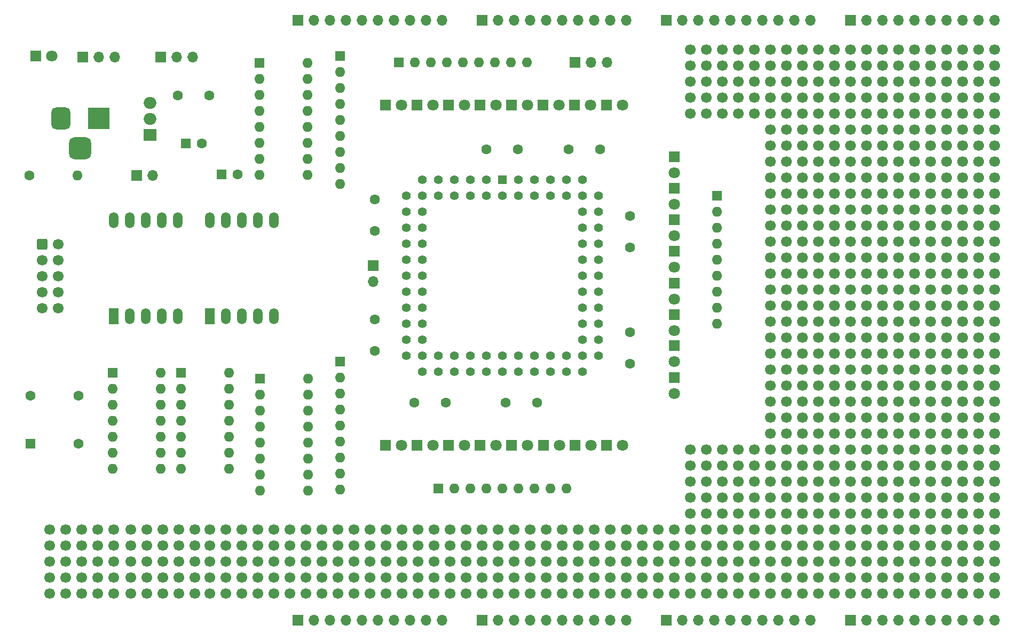
<source format=gbr>
%TF.GenerationSoftware,KiCad,Pcbnew,(6.0.11)*%
%TF.CreationDate,2023-10-14T11:58:45-04:00*%
%TF.ProjectId,EPM7128S-Dev-Board,45504d37-3132-4385-932d-4465762d426f,rev?*%
%TF.SameCoordinates,Original*%
%TF.FileFunction,Soldermask,Top*%
%TF.FilePolarity,Negative*%
%FSLAX46Y46*%
G04 Gerber Fmt 4.6, Leading zero omitted, Abs format (unit mm)*
G04 Created by KiCad (PCBNEW (6.0.11)) date 2023-10-14 11:58:45*
%MOMM*%
%LPD*%
G01*
G04 APERTURE LIST*
G04 Aperture macros list*
%AMRoundRect*
0 Rectangle with rounded corners*
0 $1 Rounding radius*
0 $2 $3 $4 $5 $6 $7 $8 $9 X,Y pos of 4 corners*
0 Add a 4 corners polygon primitive as box body*
4,1,4,$2,$3,$4,$5,$6,$7,$8,$9,$2,$3,0*
0 Add four circle primitives for the rounded corners*
1,1,$1+$1,$2,$3*
1,1,$1+$1,$4,$5*
1,1,$1+$1,$6,$7*
1,1,$1+$1,$8,$9*
0 Add four rect primitives between the rounded corners*
20,1,$1+$1,$2,$3,$4,$5,0*
20,1,$1+$1,$4,$5,$6,$7,0*
20,1,$1+$1,$6,$7,$8,$9,0*
20,1,$1+$1,$8,$9,$2,$3,0*%
G04 Aperture macros list end*
%ADD10R,1.700000X1.700000*%
%ADD11O,1.700000X1.700000*%
%ADD12C,1.700000*%
%ADD13R,1.800000X1.800000*%
%ADD14C,1.800000*%
%ADD15R,1.422400X1.422400*%
%ADD16C,1.422400*%
%ADD17R,1.600000X1.600000*%
%ADD18O,1.600000X1.600000*%
%ADD19C,1.600000*%
%ADD20R,3.500000X3.500000*%
%ADD21RoundRect,0.750000X-0.750000X-1.000000X0.750000X-1.000000X0.750000X1.000000X-0.750000X1.000000X0*%
%ADD22RoundRect,0.875000X-0.875000X-0.875000X0.875000X-0.875000X0.875000X0.875000X-0.875000X0.875000X0*%
%ADD23R,1.524000X2.524000*%
%ADD24O,1.524000X2.524000*%
%ADD25R,2.000000X1.905000*%
%ADD26O,2.000000X1.905000*%
%ADD27RoundRect,0.250000X-0.600000X-0.600000X0.600000X-0.600000X0.600000X0.600000X-0.600000X0.600000X0*%
G04 APERTURE END LIST*
D10*
%TO.C,J43*%
X203200000Y-147320000D03*
D11*
X205740000Y-147320000D03*
X208280000Y-147320000D03*
X210820000Y-147320000D03*
X213360000Y-147320000D03*
X215900000Y-147320000D03*
X218440000Y-147320000D03*
X220980000Y-147320000D03*
X223520000Y-147320000D03*
X226060000Y-147320000D03*
%TD*%
D12*
%TO.C,J22*%
X190500000Y-120220000D03*
X193040000Y-120220000D03*
X195580000Y-120220000D03*
X198120000Y-120220000D03*
X200660000Y-120220000D03*
X190500000Y-122760000D03*
X193040000Y-122760000D03*
X195580000Y-122760000D03*
X198120000Y-122760000D03*
X200660000Y-122760000D03*
X190500000Y-125300000D03*
X193040000Y-125300000D03*
X195580000Y-125300000D03*
X198120000Y-125300000D03*
X200660000Y-125300000D03*
X190500000Y-127840000D03*
X193040000Y-127840000D03*
X195580000Y-127840000D03*
X198120000Y-127840000D03*
X200660000Y-127840000D03*
X190500000Y-130380000D03*
X193040000Y-130380000D03*
X195580000Y-130380000D03*
X198120000Y-130380000D03*
X200660000Y-130380000D03*
%TD*%
D13*
%TO.C,D2*%
X129470000Y-119500000D03*
D14*
X132010000Y-119500000D03*
%TD*%
D12*
%TO.C,J13*%
X215900000Y-69420000D03*
X218440000Y-69420000D03*
X220980000Y-69420000D03*
X223520000Y-69420000D03*
X226060000Y-69420000D03*
X215900000Y-71960000D03*
X218440000Y-71960000D03*
X220980000Y-71960000D03*
X223520000Y-71960000D03*
X226060000Y-71960000D03*
X215900000Y-74500000D03*
X218440000Y-74500000D03*
X220980000Y-74500000D03*
X223520000Y-74500000D03*
X226060000Y-74500000D03*
X215900000Y-77040000D03*
X218440000Y-77040000D03*
X220980000Y-77040000D03*
X223520000Y-77040000D03*
X226060000Y-77040000D03*
X215900000Y-79580000D03*
X218440000Y-79580000D03*
X220980000Y-79580000D03*
X223520000Y-79580000D03*
X226060000Y-79580000D03*
%TD*%
D15*
%TO.C,U4*%
X148000000Y-77370000D03*
D16*
X148000000Y-79910000D03*
X145460000Y-77370000D03*
X145460000Y-79910000D03*
X142920000Y-77370000D03*
X142920000Y-79910000D03*
X140380000Y-77370000D03*
X140380000Y-79910000D03*
X137840000Y-77370000D03*
X137840000Y-79910000D03*
X135300000Y-77370000D03*
X132760000Y-79910000D03*
X135300000Y-79910000D03*
X132760000Y-82450000D03*
X135300000Y-82450000D03*
X132760000Y-84990000D03*
X135300000Y-84990000D03*
X132760000Y-87530000D03*
X135300000Y-87530000D03*
X132760000Y-90070000D03*
X135300000Y-90070000D03*
X132760000Y-92610000D03*
X135300000Y-92610000D03*
X132760000Y-95150000D03*
X135300000Y-95150000D03*
X132760000Y-97690000D03*
X135300000Y-97690000D03*
X132760000Y-100230000D03*
X135300000Y-100230000D03*
X132760000Y-102770000D03*
X135300000Y-102770000D03*
X132760000Y-105310000D03*
X135300000Y-107850000D03*
X135300000Y-105310000D03*
X137840000Y-107850000D03*
X137840000Y-105310000D03*
X140380000Y-107850000D03*
X140380000Y-105310000D03*
X142920000Y-107850000D03*
X142920000Y-105310000D03*
X145460000Y-107850000D03*
X145460000Y-105310000D03*
X148000000Y-107850000D03*
X148000000Y-105310000D03*
X150540000Y-107850000D03*
X150540000Y-105310000D03*
X153080000Y-107850000D03*
X153080000Y-105310000D03*
X155620000Y-107850000D03*
X155620000Y-105310000D03*
X158160000Y-107850000D03*
X158160000Y-105310000D03*
X160700000Y-107850000D03*
X163240000Y-105310000D03*
X160700000Y-105310000D03*
X163240000Y-102770000D03*
X160700000Y-102770000D03*
X163240000Y-100230000D03*
X160700000Y-100230000D03*
X163240000Y-97690000D03*
X160700000Y-97690000D03*
X163240000Y-95150000D03*
X160700000Y-95150000D03*
X163240000Y-92610000D03*
X160700000Y-92610000D03*
X163240000Y-90070000D03*
X160700000Y-90070000D03*
X163240000Y-87530000D03*
X160700000Y-87530000D03*
X163240000Y-84990000D03*
X160700000Y-84990000D03*
X163240000Y-82450000D03*
X160700000Y-82450000D03*
X163240000Y-79910000D03*
X160700000Y-77370000D03*
X160700000Y-79910000D03*
X158160000Y-77370000D03*
X158160000Y-79910000D03*
X155620000Y-77370000D03*
X155620000Y-79910000D03*
X153080000Y-77370000D03*
X153080000Y-79910000D03*
X150540000Y-77370000D03*
X150540000Y-79910000D03*
%TD*%
D13*
%TO.C,D5*%
X144465000Y-119500000D03*
D14*
X147005000Y-119500000D03*
%TD*%
D17*
%TO.C,RN4*%
X122250000Y-106205000D03*
D18*
X122250000Y-108745000D03*
X122250000Y-111285000D03*
X122250000Y-113825000D03*
X122250000Y-116365000D03*
X122250000Y-118905000D03*
X122250000Y-121445000D03*
X122250000Y-123985000D03*
X122250000Y-126525000D03*
%TD*%
D12*
%TO.C,J16*%
X152400000Y-132920000D03*
X154940000Y-132920000D03*
X157480000Y-132920000D03*
X160020000Y-132920000D03*
X162560000Y-132920000D03*
X152400000Y-135460000D03*
X154940000Y-135460000D03*
X157480000Y-135460000D03*
X160020000Y-135460000D03*
X162560000Y-135460000D03*
X152400000Y-138000000D03*
X154940000Y-138000000D03*
X157480000Y-138000000D03*
X160020000Y-138000000D03*
X162560000Y-138000000D03*
X152400000Y-140540000D03*
X154940000Y-140540000D03*
X157480000Y-140540000D03*
X160020000Y-140540000D03*
X162560000Y-140540000D03*
X152400000Y-143080000D03*
X154940000Y-143080000D03*
X157480000Y-143080000D03*
X160020000Y-143080000D03*
X162560000Y-143080000D03*
%TD*%
D13*
%TO.C,D8*%
X159495000Y-119500000D03*
D14*
X162035000Y-119500000D03*
%TD*%
D12*
%TO.C,J28*%
X177800000Y-56720000D03*
X180340000Y-56720000D03*
X182880000Y-56720000D03*
X185420000Y-56720000D03*
X187960000Y-56720000D03*
X177800000Y-59260000D03*
X180340000Y-59260000D03*
X182880000Y-59260000D03*
X185420000Y-59260000D03*
X187960000Y-59260000D03*
X177800000Y-61800000D03*
X180340000Y-61800000D03*
X182880000Y-61800000D03*
X185420000Y-61800000D03*
X187960000Y-61800000D03*
X177800000Y-64340000D03*
X180340000Y-64340000D03*
X182880000Y-64340000D03*
X185420000Y-64340000D03*
X187960000Y-64340000D03*
X177800000Y-66880000D03*
X180340000Y-66880000D03*
X182880000Y-66880000D03*
X185420000Y-66880000D03*
X187960000Y-66880000D03*
%TD*%
D10*
%TO.C,J44*%
X173995000Y-52070000D03*
D11*
X176535000Y-52070000D03*
X179075000Y-52070000D03*
X181615000Y-52070000D03*
X184155000Y-52070000D03*
X186695000Y-52070000D03*
X189235000Y-52070000D03*
X191775000Y-52070000D03*
X194315000Y-52070000D03*
X196855000Y-52070000D03*
%TD*%
D10*
%TO.C,J37*%
X203200000Y-52045000D03*
D11*
X205740000Y-52045000D03*
X208280000Y-52045000D03*
X210820000Y-52045000D03*
X213360000Y-52045000D03*
X215900000Y-52045000D03*
X218440000Y-52045000D03*
X220980000Y-52045000D03*
X223520000Y-52045000D03*
X226060000Y-52045000D03*
%TD*%
D12*
%TO.C,J19*%
X190500000Y-132920000D03*
X193040000Y-132920000D03*
X195580000Y-132920000D03*
X198120000Y-132920000D03*
X200660000Y-132920000D03*
X190500000Y-135460000D03*
X193040000Y-135460000D03*
X195580000Y-135460000D03*
X198120000Y-135460000D03*
X200660000Y-135460000D03*
X190500000Y-138000000D03*
X193040000Y-138000000D03*
X195580000Y-138000000D03*
X198120000Y-138000000D03*
X200660000Y-138000000D03*
X190500000Y-140540000D03*
X193040000Y-140540000D03*
X195580000Y-140540000D03*
X198120000Y-140540000D03*
X200660000Y-140540000D03*
X190500000Y-143080000D03*
X193040000Y-143080000D03*
X195580000Y-143080000D03*
X198120000Y-143080000D03*
X200660000Y-143080000D03*
%TD*%
D13*
%TO.C,D21*%
X149465000Y-65500000D03*
D14*
X152005000Y-65500000D03*
%TD*%
D12*
%TO.C,J14*%
X203200000Y-82120000D03*
X205740000Y-82120000D03*
X208280000Y-82120000D03*
X210820000Y-82120000D03*
X213360000Y-82120000D03*
X203200000Y-84660000D03*
X205740000Y-84660000D03*
X208280000Y-84660000D03*
X210820000Y-84660000D03*
X213360000Y-84660000D03*
X203200000Y-87200000D03*
X205740000Y-87200000D03*
X208280000Y-87200000D03*
X210820000Y-87200000D03*
X213360000Y-87200000D03*
X203200000Y-89740000D03*
X205740000Y-89740000D03*
X208280000Y-89740000D03*
X210820000Y-89740000D03*
X213360000Y-89740000D03*
X203200000Y-92280000D03*
X205740000Y-92280000D03*
X208280000Y-92280000D03*
X210820000Y-92280000D03*
X213360000Y-92280000D03*
%TD*%
D13*
%TO.C,D4*%
X139470000Y-119500000D03*
D14*
X142010000Y-119500000D03*
%TD*%
D12*
%TO.C,J34*%
X177800000Y-132920000D03*
X180340000Y-132920000D03*
X182880000Y-132920000D03*
X185420000Y-132920000D03*
X187960000Y-132920000D03*
X177800000Y-135460000D03*
X180340000Y-135460000D03*
X182880000Y-135460000D03*
X185420000Y-135460000D03*
X187960000Y-135460000D03*
X177800000Y-138000000D03*
X180340000Y-138000000D03*
X182880000Y-138000000D03*
X185420000Y-138000000D03*
X187960000Y-138000000D03*
X177800000Y-140540000D03*
X180340000Y-140540000D03*
X182880000Y-140540000D03*
X185420000Y-140540000D03*
X187960000Y-140540000D03*
X177800000Y-143080000D03*
X180340000Y-143080000D03*
X182880000Y-143080000D03*
X185420000Y-143080000D03*
X187960000Y-143080000D03*
%TD*%
D17*
%TO.C,RN5*%
X137820000Y-126349200D03*
D18*
X140360000Y-126349200D03*
X142900000Y-126349200D03*
X145440000Y-126349200D03*
X147980000Y-126349200D03*
X150520000Y-126349200D03*
X153060000Y-126349200D03*
X155600000Y-126349200D03*
X158140000Y-126349200D03*
%TD*%
D13*
%TO.C,D6*%
X149470000Y-119500000D03*
D14*
X152010000Y-119500000D03*
%TD*%
D12*
%TO.C,J29*%
X215900000Y-120220000D03*
X218440000Y-120220000D03*
X220980000Y-120220000D03*
X223520000Y-120220000D03*
X226060000Y-120220000D03*
X215900000Y-122760000D03*
X218440000Y-122760000D03*
X220980000Y-122760000D03*
X223520000Y-122760000D03*
X226060000Y-122760000D03*
X215900000Y-125300000D03*
X218440000Y-125300000D03*
X220980000Y-125300000D03*
X223520000Y-125300000D03*
X226060000Y-125300000D03*
X215900000Y-127840000D03*
X218440000Y-127840000D03*
X220980000Y-127840000D03*
X223520000Y-127840000D03*
X226060000Y-127840000D03*
X215900000Y-130380000D03*
X218440000Y-130380000D03*
X220980000Y-130380000D03*
X223520000Y-130380000D03*
X226060000Y-130380000D03*
%TD*%
D19*
%TO.C,C8*%
X158500000Y-72500000D03*
X163500000Y-72500000D03*
%TD*%
D12*
%TO.C,J15*%
X203200000Y-94820000D03*
X205740000Y-94820000D03*
X208280000Y-94820000D03*
X210820000Y-94820000D03*
X213360000Y-94820000D03*
X203200000Y-97360000D03*
X205740000Y-97360000D03*
X208280000Y-97360000D03*
X210820000Y-97360000D03*
X213360000Y-97360000D03*
X203200000Y-99900000D03*
X205740000Y-99900000D03*
X208280000Y-99900000D03*
X210820000Y-99900000D03*
X213360000Y-99900000D03*
X203200000Y-102440000D03*
X205740000Y-102440000D03*
X208280000Y-102440000D03*
X210820000Y-102440000D03*
X213360000Y-102440000D03*
X203200000Y-104980000D03*
X205740000Y-104980000D03*
X208280000Y-104980000D03*
X210820000Y-104980000D03*
X213360000Y-104980000D03*
%TD*%
D13*
%TO.C,D18*%
X164490000Y-65500000D03*
D14*
X167030000Y-65500000D03*
%TD*%
D17*
%TO.C,RN7*%
X131540000Y-58750000D03*
D18*
X134080000Y-58750000D03*
X136620000Y-58750000D03*
X139160000Y-58750000D03*
X141700000Y-58750000D03*
X144240000Y-58750000D03*
X146780000Y-58750000D03*
X149320000Y-58750000D03*
X151860000Y-58750000D03*
%TD*%
D12*
%TO.C,J25*%
X177800000Y-120220000D03*
X180340000Y-120220000D03*
X182880000Y-120220000D03*
X185420000Y-120220000D03*
X187960000Y-120220000D03*
X177800000Y-122760000D03*
X180340000Y-122760000D03*
X182880000Y-122760000D03*
X185420000Y-122760000D03*
X187960000Y-122760000D03*
X177800000Y-125300000D03*
X180340000Y-125300000D03*
X182880000Y-125300000D03*
X185420000Y-125300000D03*
X187960000Y-125300000D03*
X177800000Y-127840000D03*
X180340000Y-127840000D03*
X182880000Y-127840000D03*
X185420000Y-127840000D03*
X187960000Y-127840000D03*
X177800000Y-130380000D03*
X180340000Y-130380000D03*
X182880000Y-130380000D03*
X185420000Y-130380000D03*
X187960000Y-130380000D03*
%TD*%
%TO.C,J35*%
X76200000Y-132920000D03*
X78740000Y-132920000D03*
X81280000Y-132920000D03*
X83820000Y-132920000D03*
X86360000Y-132920000D03*
X76200000Y-135460000D03*
X78740000Y-135460000D03*
X81280000Y-135460000D03*
X83820000Y-135460000D03*
X86360000Y-135460000D03*
X76200000Y-138000000D03*
X78740000Y-138000000D03*
X81280000Y-138000000D03*
X83820000Y-138000000D03*
X86360000Y-138000000D03*
X76200000Y-140540000D03*
X78740000Y-140540000D03*
X81280000Y-140540000D03*
X83820000Y-140540000D03*
X86360000Y-140540000D03*
X76200000Y-143080000D03*
X78740000Y-143080000D03*
X81280000Y-143080000D03*
X83820000Y-143080000D03*
X86360000Y-143080000D03*
%TD*%
D17*
%TO.C,C1*%
X97794900Y-71610000D03*
D19*
X100294900Y-71610000D03*
%TD*%
D12*
%TO.C,J8*%
X203200000Y-69420000D03*
X205740000Y-69420000D03*
X208280000Y-69420000D03*
X210820000Y-69420000D03*
X213360000Y-69420000D03*
X203200000Y-71960000D03*
X205740000Y-71960000D03*
X208280000Y-71960000D03*
X210820000Y-71960000D03*
X213360000Y-71960000D03*
X203200000Y-74500000D03*
X205740000Y-74500000D03*
X208280000Y-74500000D03*
X210820000Y-74500000D03*
X213360000Y-74500000D03*
X203200000Y-77040000D03*
X205740000Y-77040000D03*
X208280000Y-77040000D03*
X210820000Y-77040000D03*
X213360000Y-77040000D03*
X203200000Y-79580000D03*
X205740000Y-79580000D03*
X208280000Y-79580000D03*
X210820000Y-79580000D03*
X213360000Y-79580000D03*
%TD*%
%TO.C,J30*%
X203200000Y-120220000D03*
X205740000Y-120220000D03*
X208280000Y-120220000D03*
X210820000Y-120220000D03*
X213360000Y-120220000D03*
X203200000Y-122760000D03*
X205740000Y-122760000D03*
X208280000Y-122760000D03*
X210820000Y-122760000D03*
X213360000Y-122760000D03*
X203200000Y-125300000D03*
X205740000Y-125300000D03*
X208280000Y-125300000D03*
X210820000Y-125300000D03*
X213360000Y-125300000D03*
X203200000Y-127840000D03*
X205740000Y-127840000D03*
X208280000Y-127840000D03*
X210820000Y-127840000D03*
X213360000Y-127840000D03*
X203200000Y-130380000D03*
X205740000Y-130380000D03*
X208280000Y-130380000D03*
X210820000Y-130380000D03*
X213360000Y-130380000D03*
%TD*%
D13*
%TO.C,D7*%
X154495000Y-119500000D03*
D14*
X157035000Y-119500000D03*
%TD*%
D12*
%TO.C,J9*%
X215900000Y-56720000D03*
X218440000Y-56720000D03*
X220980000Y-56720000D03*
X223520000Y-56720000D03*
X226060000Y-56720000D03*
X215900000Y-59260000D03*
X218440000Y-59260000D03*
X220980000Y-59260000D03*
X223520000Y-59260000D03*
X226060000Y-59260000D03*
X215900000Y-61800000D03*
X218440000Y-61800000D03*
X220980000Y-61800000D03*
X223520000Y-61800000D03*
X226060000Y-61800000D03*
X215900000Y-64340000D03*
X218440000Y-64340000D03*
X220980000Y-64340000D03*
X223520000Y-64340000D03*
X226060000Y-64340000D03*
X215900000Y-66880000D03*
X218440000Y-66880000D03*
X220980000Y-66880000D03*
X223520000Y-66880000D03*
X226060000Y-66880000D03*
%TD*%
D17*
%TO.C,RN2*%
X97000000Y-108000000D03*
D18*
X97000000Y-110540000D03*
X97000000Y-113080000D03*
X97000000Y-115620000D03*
X97000000Y-118160000D03*
X97000000Y-120700000D03*
X97000000Y-123240000D03*
X104620000Y-123240000D03*
X104620000Y-120700000D03*
X104620000Y-118160000D03*
X104620000Y-115620000D03*
X104620000Y-113080000D03*
X104620000Y-110540000D03*
X104620000Y-108000000D03*
%TD*%
D19*
%TO.C,C3*%
X148500000Y-112750000D03*
X153500000Y-112750000D03*
%TD*%
D10*
%TO.C,J41*%
X115610000Y-147320000D03*
D11*
X118150000Y-147320000D03*
X120690000Y-147320000D03*
X123230000Y-147320000D03*
X125770000Y-147320000D03*
X128310000Y-147320000D03*
X130850000Y-147320000D03*
X133390000Y-147320000D03*
X135930000Y-147320000D03*
X138470000Y-147320000D03*
%TD*%
D20*
%TO.C,J2*%
X84000000Y-67652500D03*
D21*
X78000000Y-67652500D03*
D22*
X81000000Y-72352500D03*
%TD*%
D12*
%TO.C,J20*%
X203200000Y-132920000D03*
X205740000Y-132920000D03*
X208280000Y-132920000D03*
X210820000Y-132920000D03*
X213360000Y-132920000D03*
X203200000Y-135460000D03*
X205740000Y-135460000D03*
X208280000Y-135460000D03*
X210820000Y-135460000D03*
X213360000Y-135460000D03*
X203200000Y-138000000D03*
X205740000Y-138000000D03*
X208280000Y-138000000D03*
X210820000Y-138000000D03*
X213360000Y-138000000D03*
X203200000Y-140540000D03*
X205740000Y-140540000D03*
X208280000Y-140540000D03*
X210820000Y-140540000D03*
X213360000Y-140540000D03*
X203200000Y-143080000D03*
X205740000Y-143080000D03*
X208280000Y-143080000D03*
X210820000Y-143080000D03*
X213360000Y-143080000D03*
%TD*%
D13*
%TO.C,D25*%
X129465000Y-65500000D03*
D14*
X132005000Y-65500000D03*
%TD*%
D12*
%TO.C,J27*%
X139700000Y-132920000D03*
X142240000Y-132920000D03*
X144780000Y-132920000D03*
X147320000Y-132920000D03*
X149860000Y-132920000D03*
X139700000Y-135460000D03*
X142240000Y-135460000D03*
X144780000Y-135460000D03*
X147320000Y-135460000D03*
X149860000Y-135460000D03*
X139700000Y-138000000D03*
X142240000Y-138000000D03*
X144780000Y-138000000D03*
X147320000Y-138000000D03*
X149860000Y-138000000D03*
X139700000Y-140540000D03*
X142240000Y-140540000D03*
X144780000Y-140540000D03*
X147320000Y-140540000D03*
X149860000Y-140540000D03*
X139700000Y-143080000D03*
X142240000Y-143080000D03*
X144780000Y-143080000D03*
X147320000Y-143080000D03*
X149860000Y-143080000D03*
%TD*%
D13*
%TO.C,D15*%
X175250000Y-83720000D03*
D14*
X175250000Y-86260000D03*
%TD*%
D12*
%TO.C,J21*%
X190500000Y-107520000D03*
X193040000Y-107520000D03*
X195580000Y-107520000D03*
X198120000Y-107520000D03*
X200660000Y-107520000D03*
X190500000Y-110060000D03*
X193040000Y-110060000D03*
X195580000Y-110060000D03*
X198120000Y-110060000D03*
X200660000Y-110060000D03*
X190500000Y-112600000D03*
X193040000Y-112600000D03*
X195580000Y-112600000D03*
X198120000Y-112600000D03*
X200660000Y-112600000D03*
X190500000Y-115140000D03*
X193040000Y-115140000D03*
X195580000Y-115140000D03*
X198120000Y-115140000D03*
X200660000Y-115140000D03*
X190500000Y-117680000D03*
X193040000Y-117680000D03*
X195580000Y-117680000D03*
X198120000Y-117680000D03*
X200660000Y-117680000D03*
%TD*%
D17*
%TO.C,RN3*%
X122250000Y-57705000D03*
D18*
X122250000Y-60245000D03*
X122250000Y-62785000D03*
X122250000Y-65325000D03*
X122250000Y-67865000D03*
X122250000Y-70405000D03*
X122250000Y-72945000D03*
X122250000Y-75485000D03*
X122250000Y-78025000D03*
%TD*%
D17*
%TO.C,RN1*%
X86200000Y-108000000D03*
D18*
X86200000Y-110540000D03*
X86200000Y-113080000D03*
X86200000Y-115620000D03*
X86200000Y-118160000D03*
X86200000Y-120700000D03*
X86200000Y-123240000D03*
X93820000Y-123240000D03*
X93820000Y-120700000D03*
X93820000Y-118160000D03*
X93820000Y-115620000D03*
X93820000Y-113080000D03*
X93820000Y-110540000D03*
X93820000Y-108000000D03*
%TD*%
D13*
%TO.C,D10*%
X175250000Y-108745000D03*
D14*
X175250000Y-111285000D03*
%TD*%
D13*
%TO.C,D3*%
X134470000Y-119500000D03*
D14*
X137010000Y-119500000D03*
%TD*%
D12*
%TO.C,J17*%
X101600000Y-132920000D03*
X104140000Y-132920000D03*
X106680000Y-132920000D03*
X109220000Y-132920000D03*
X111760000Y-132920000D03*
X101600000Y-135460000D03*
X104140000Y-135460000D03*
X106680000Y-135460000D03*
X109220000Y-135460000D03*
X111760000Y-135460000D03*
X101600000Y-138000000D03*
X104140000Y-138000000D03*
X106680000Y-138000000D03*
X109220000Y-138000000D03*
X111760000Y-138000000D03*
X101600000Y-140540000D03*
X104140000Y-140540000D03*
X106680000Y-140540000D03*
X109220000Y-140540000D03*
X111760000Y-140540000D03*
X101600000Y-143080000D03*
X104140000Y-143080000D03*
X106680000Y-143080000D03*
X109220000Y-143080000D03*
X111760000Y-143080000D03*
%TD*%
D13*
%TO.C,D12*%
X175250000Y-98745000D03*
D14*
X175250000Y-101285000D03*
%TD*%
D17*
%TO.C,RN6*%
X182000000Y-79910000D03*
D18*
X182000000Y-82450000D03*
X182000000Y-84990000D03*
X182000000Y-87530000D03*
X182000000Y-90070000D03*
X182000000Y-92610000D03*
X182000000Y-95150000D03*
X182000000Y-97690000D03*
X182000000Y-100230000D03*
%TD*%
D17*
%TO.C,SW1*%
X109482500Y-58855000D03*
D18*
X109482500Y-61395000D03*
X109482500Y-63935000D03*
X109482500Y-66475000D03*
X109482500Y-69015000D03*
X109482500Y-71555000D03*
X109482500Y-74095000D03*
X109482500Y-76635000D03*
X117102500Y-76635000D03*
X117102500Y-74095000D03*
X117102500Y-71555000D03*
X117102500Y-69015000D03*
X117102500Y-66475000D03*
X117102500Y-63935000D03*
X117102500Y-61395000D03*
X117102500Y-58855000D03*
%TD*%
D17*
%TO.C,C11*%
X103500000Y-76500000D03*
D19*
X106000000Y-76500000D03*
%TD*%
D13*
%TO.C,D19*%
X159465000Y-65500000D03*
D14*
X162005000Y-65500000D03*
%TD*%
D12*
%TO.C,J23*%
X215900000Y-94820000D03*
X218440000Y-94820000D03*
X220980000Y-94820000D03*
X223520000Y-94820000D03*
X226060000Y-94820000D03*
X215900000Y-97360000D03*
X218440000Y-97360000D03*
X220980000Y-97360000D03*
X223520000Y-97360000D03*
X226060000Y-97360000D03*
X215900000Y-99900000D03*
X218440000Y-99900000D03*
X220980000Y-99900000D03*
X223520000Y-99900000D03*
X226060000Y-99900000D03*
X215900000Y-102440000D03*
X218440000Y-102440000D03*
X220980000Y-102440000D03*
X223520000Y-102440000D03*
X226060000Y-102440000D03*
X215900000Y-104980000D03*
X218440000Y-104980000D03*
X220980000Y-104980000D03*
X223520000Y-104980000D03*
X226060000Y-104980000D03*
%TD*%
D23*
%TO.C,AFF1*%
X86360000Y-99060000D03*
D24*
X88900000Y-99060000D03*
X91440000Y-99060000D03*
X93980000Y-99060000D03*
X96520000Y-99060000D03*
X96520000Y-83820000D03*
X93980000Y-83820000D03*
X91440000Y-83820000D03*
X88900000Y-83820000D03*
X86360000Y-83820000D03*
%TD*%
D10*
%TO.C,J4*%
X159500000Y-58712500D03*
D11*
X162040000Y-58712500D03*
X164580000Y-58712500D03*
%TD*%
D12*
%TO.C,J32*%
X215900000Y-107520000D03*
X218440000Y-107520000D03*
X220980000Y-107520000D03*
X223520000Y-107520000D03*
X226060000Y-107520000D03*
X215900000Y-110060000D03*
X218440000Y-110060000D03*
X220980000Y-110060000D03*
X223520000Y-110060000D03*
X226060000Y-110060000D03*
X215900000Y-112600000D03*
X218440000Y-112600000D03*
X220980000Y-112600000D03*
X223520000Y-112600000D03*
X226060000Y-112600000D03*
X215900000Y-115140000D03*
X218440000Y-115140000D03*
X220980000Y-115140000D03*
X223520000Y-115140000D03*
X226060000Y-115140000D03*
X215900000Y-117680000D03*
X218440000Y-117680000D03*
X220980000Y-117680000D03*
X223520000Y-117680000D03*
X226060000Y-117680000D03*
%TD*%
D13*
%TO.C,D23*%
X139465000Y-65505500D03*
D14*
X142005000Y-65505500D03*
%TD*%
D19*
%TO.C,C6*%
X127750000Y-99500000D03*
X127750000Y-104500000D03*
%TD*%
%TO.C,C2*%
X96500000Y-63947500D03*
X101500000Y-63947500D03*
%TD*%
%TO.C,C5*%
X127750000Y-80500000D03*
X127750000Y-85500000D03*
%TD*%
D12*
%TO.C,J24*%
X165100000Y-132920000D03*
X167640000Y-132920000D03*
X170180000Y-132920000D03*
X172720000Y-132920000D03*
X175260000Y-132920000D03*
X165100000Y-135460000D03*
X167640000Y-135460000D03*
X170180000Y-135460000D03*
X172720000Y-135460000D03*
X175260000Y-135460000D03*
X165100000Y-138000000D03*
X167640000Y-138000000D03*
X170180000Y-138000000D03*
X172720000Y-138000000D03*
X175260000Y-138000000D03*
X165100000Y-140540000D03*
X167640000Y-140540000D03*
X170180000Y-140540000D03*
X172720000Y-140540000D03*
X175260000Y-140540000D03*
X165100000Y-143080000D03*
X167640000Y-143080000D03*
X170180000Y-143080000D03*
X172720000Y-143080000D03*
X175260000Y-143080000D03*
%TD*%
D10*
%TO.C,JP3*%
X127500000Y-90995000D03*
D11*
X127500000Y-93535000D03*
%TD*%
D12*
%TO.C,J31*%
X203200000Y-107520000D03*
X205740000Y-107520000D03*
X208280000Y-107520000D03*
X210820000Y-107520000D03*
X213360000Y-107520000D03*
X203200000Y-110060000D03*
X205740000Y-110060000D03*
X208280000Y-110060000D03*
X210820000Y-110060000D03*
X213360000Y-110060000D03*
X203200000Y-112600000D03*
X205740000Y-112600000D03*
X208280000Y-112600000D03*
X210820000Y-112600000D03*
X213360000Y-112600000D03*
X203200000Y-115140000D03*
X205740000Y-115140000D03*
X208280000Y-115140000D03*
X210820000Y-115140000D03*
X213360000Y-115140000D03*
X203200000Y-117680000D03*
X205740000Y-117680000D03*
X208280000Y-117680000D03*
X210820000Y-117680000D03*
X213360000Y-117680000D03*
%TD*%
%TO.C,J10*%
X215900000Y-82120000D03*
X218440000Y-82120000D03*
X220980000Y-82120000D03*
X223520000Y-82120000D03*
X226060000Y-82120000D03*
X215900000Y-84660000D03*
X218440000Y-84660000D03*
X220980000Y-84660000D03*
X223520000Y-84660000D03*
X226060000Y-84660000D03*
X215900000Y-87200000D03*
X218440000Y-87200000D03*
X220980000Y-87200000D03*
X223520000Y-87200000D03*
X226060000Y-87200000D03*
X215900000Y-89740000D03*
X218440000Y-89740000D03*
X220980000Y-89740000D03*
X223520000Y-89740000D03*
X226060000Y-89740000D03*
X215900000Y-92280000D03*
X218440000Y-92280000D03*
X220980000Y-92280000D03*
X223520000Y-92280000D03*
X226060000Y-92280000D03*
%TD*%
D19*
%TO.C,C7*%
X168250000Y-106610000D03*
X168250000Y-101610000D03*
%TD*%
D12*
%TO.C,J5*%
X190500000Y-94820000D03*
X193040000Y-94820000D03*
X195580000Y-94820000D03*
X198120000Y-94820000D03*
X200660000Y-94820000D03*
X190500000Y-97360000D03*
X193040000Y-97360000D03*
X195580000Y-97360000D03*
X198120000Y-97360000D03*
X200660000Y-97360000D03*
X190500000Y-99900000D03*
X193040000Y-99900000D03*
X195580000Y-99900000D03*
X198120000Y-99900000D03*
X200660000Y-99900000D03*
X190500000Y-102440000D03*
X193040000Y-102440000D03*
X195580000Y-102440000D03*
X198120000Y-102440000D03*
X200660000Y-102440000D03*
X190500000Y-104980000D03*
X193040000Y-104980000D03*
X195580000Y-104980000D03*
X198120000Y-104980000D03*
X200660000Y-104980000D03*
%TD*%
D13*
%TO.C,D20*%
X154465000Y-65500000D03*
D14*
X157005000Y-65500000D03*
%TD*%
D13*
%TO.C,D16*%
X175250000Y-78700000D03*
D14*
X175250000Y-81240000D03*
%TD*%
D25*
%TO.C,U3*%
X92130000Y-70237500D03*
D26*
X92130000Y-67697500D03*
X92130000Y-65157500D03*
%TD*%
D17*
%TO.C,SW2*%
X109525000Y-108900000D03*
D18*
X109525000Y-111440000D03*
X109525000Y-113980000D03*
X109525000Y-116520000D03*
X109525000Y-119060000D03*
X109525000Y-121600000D03*
X109525000Y-124140000D03*
X109525000Y-126680000D03*
X117145000Y-126680000D03*
X117145000Y-124140000D03*
X117145000Y-121600000D03*
X117145000Y-119060000D03*
X117145000Y-116520000D03*
X117145000Y-113980000D03*
X117145000Y-111440000D03*
X117145000Y-108900000D03*
%TD*%
D13*
%TO.C,D13*%
X175250000Y-93745000D03*
D14*
X175250000Y-96285000D03*
%TD*%
D12*
%TO.C,J26*%
X127000000Y-132920000D03*
X129540000Y-132920000D03*
X132080000Y-132920000D03*
X134620000Y-132920000D03*
X137160000Y-132920000D03*
X127000000Y-135460000D03*
X129540000Y-135460000D03*
X132080000Y-135460000D03*
X134620000Y-135460000D03*
X137160000Y-135460000D03*
X127000000Y-138000000D03*
X129540000Y-138000000D03*
X132080000Y-138000000D03*
X134620000Y-138000000D03*
X137160000Y-138000000D03*
X127000000Y-140540000D03*
X129540000Y-140540000D03*
X132080000Y-140540000D03*
X134620000Y-140540000D03*
X137160000Y-140540000D03*
X127000000Y-143080000D03*
X129540000Y-143080000D03*
X132080000Y-143080000D03*
X134620000Y-143080000D03*
X137160000Y-143080000D03*
%TD*%
D10*
%TO.C,J42*%
X173990000Y-147320000D03*
D11*
X176530000Y-147320000D03*
X179070000Y-147320000D03*
X181610000Y-147320000D03*
X184150000Y-147320000D03*
X186690000Y-147320000D03*
X189230000Y-147320000D03*
X191770000Y-147320000D03*
X194310000Y-147320000D03*
X196850000Y-147320000D03*
%TD*%
D12*
%TO.C,J12*%
X203200000Y-56720000D03*
X205740000Y-56720000D03*
X208280000Y-56720000D03*
X210820000Y-56720000D03*
X213360000Y-56720000D03*
X203200000Y-59260000D03*
X205740000Y-59260000D03*
X208280000Y-59260000D03*
X210820000Y-59260000D03*
X213360000Y-59260000D03*
X203200000Y-61800000D03*
X205740000Y-61800000D03*
X208280000Y-61800000D03*
X210820000Y-61800000D03*
X213360000Y-61800000D03*
X203200000Y-64340000D03*
X205740000Y-64340000D03*
X208280000Y-64340000D03*
X210820000Y-64340000D03*
X213360000Y-64340000D03*
X203200000Y-66880000D03*
X205740000Y-66880000D03*
X208280000Y-66880000D03*
X210820000Y-66880000D03*
X213360000Y-66880000D03*
%TD*%
%TO.C,J7*%
X190500000Y-82120000D03*
X193040000Y-82120000D03*
X195580000Y-82120000D03*
X198120000Y-82120000D03*
X200660000Y-82120000D03*
X190500000Y-84660000D03*
X193040000Y-84660000D03*
X195580000Y-84660000D03*
X198120000Y-84660000D03*
X200660000Y-84660000D03*
X190500000Y-87200000D03*
X193040000Y-87200000D03*
X195580000Y-87200000D03*
X198120000Y-87200000D03*
X200660000Y-87200000D03*
X190500000Y-89740000D03*
X193040000Y-89740000D03*
X195580000Y-89740000D03*
X198120000Y-89740000D03*
X200660000Y-89740000D03*
X190500000Y-92280000D03*
X193040000Y-92280000D03*
X195580000Y-92280000D03*
X198120000Y-92280000D03*
X200660000Y-92280000D03*
%TD*%
D13*
%TO.C,D1*%
X74000000Y-57697500D03*
D14*
X76540000Y-57697500D03*
%TD*%
D19*
%TO.C,C4*%
X168250000Y-88110000D03*
X168250000Y-83110000D03*
%TD*%
D10*
%TO.C,J40*%
X115610000Y-52070000D03*
D11*
X118150000Y-52070000D03*
X120690000Y-52070000D03*
X123230000Y-52070000D03*
X125770000Y-52070000D03*
X128310000Y-52070000D03*
X130850000Y-52070000D03*
X133390000Y-52070000D03*
X135930000Y-52070000D03*
X138470000Y-52070000D03*
%TD*%
D12*
%TO.C,J18*%
X215900000Y-132920000D03*
X218440000Y-132920000D03*
X220980000Y-132920000D03*
X223520000Y-132920000D03*
X226060000Y-132920000D03*
X215900000Y-135460000D03*
X218440000Y-135460000D03*
X220980000Y-135460000D03*
X223520000Y-135460000D03*
X226060000Y-135460000D03*
X215900000Y-138000000D03*
X218440000Y-138000000D03*
X220980000Y-138000000D03*
X223520000Y-138000000D03*
X226060000Y-138000000D03*
X215900000Y-140540000D03*
X218440000Y-140540000D03*
X220980000Y-140540000D03*
X223520000Y-140540000D03*
X226060000Y-140540000D03*
X215900000Y-143080000D03*
X218440000Y-143080000D03*
X220980000Y-143080000D03*
X223520000Y-143080000D03*
X226060000Y-143080000D03*
%TD*%
D19*
%TO.C,R1*%
X73000000Y-76697500D03*
D18*
X80620000Y-76697500D03*
%TD*%
D13*
%TO.C,D22*%
X144465000Y-65500000D03*
D14*
X147005000Y-65500000D03*
%TD*%
D13*
%TO.C,D14*%
X175250000Y-88725000D03*
D14*
X175250000Y-91265000D03*
%TD*%
D13*
%TO.C,D11*%
X175250000Y-103720000D03*
D14*
X175250000Y-106260000D03*
%TD*%
D13*
%TO.C,D17*%
X175250000Y-73720000D03*
D14*
X175250000Y-76260000D03*
%TD*%
D10*
%TO.C,JP1*%
X81475000Y-57880000D03*
D11*
X84015000Y-57880000D03*
X86555000Y-57880000D03*
%TD*%
D19*
%TO.C,C10*%
X139000000Y-112750000D03*
X134000000Y-112750000D03*
%TD*%
D12*
%TO.C,J36*%
X89060000Y-132920000D03*
X91600000Y-132920000D03*
X94140000Y-132920000D03*
X96680000Y-132920000D03*
X99220000Y-132920000D03*
X89060000Y-135460000D03*
X91600000Y-135460000D03*
X94140000Y-135460000D03*
X96680000Y-135460000D03*
X99220000Y-135460000D03*
X89060000Y-138000000D03*
X91600000Y-138000000D03*
X94140000Y-138000000D03*
X96680000Y-138000000D03*
X99220000Y-138000000D03*
X89060000Y-140540000D03*
X91600000Y-140540000D03*
X94140000Y-140540000D03*
X96680000Y-140540000D03*
X99220000Y-140540000D03*
X89060000Y-143080000D03*
X91600000Y-143080000D03*
X94140000Y-143080000D03*
X96680000Y-143080000D03*
X99220000Y-143080000D03*
%TD*%
D10*
%TO.C,J38*%
X144785000Y-52070000D03*
D11*
X147325000Y-52070000D03*
X149865000Y-52070000D03*
X152405000Y-52070000D03*
X154945000Y-52070000D03*
X157485000Y-52070000D03*
X160025000Y-52070000D03*
X162565000Y-52070000D03*
X165105000Y-52070000D03*
X167645000Y-52070000D03*
%TD*%
D10*
%TO.C,JP2*%
X93807500Y-57880000D03*
D11*
X96347500Y-57880000D03*
X98887500Y-57880000D03*
%TD*%
D10*
%TO.C,J39*%
X144785000Y-147320000D03*
D11*
X147325000Y-147320000D03*
X149865000Y-147320000D03*
X152405000Y-147320000D03*
X154945000Y-147320000D03*
X157485000Y-147320000D03*
X160025000Y-147320000D03*
X162565000Y-147320000D03*
X165105000Y-147320000D03*
X167645000Y-147320000D03*
%TD*%
D13*
%TO.C,D24*%
X134465000Y-65500000D03*
D14*
X137005000Y-65500000D03*
%TD*%
D23*
%TO.C,AFF2*%
X101600000Y-99060000D03*
D24*
X104140000Y-99060000D03*
X106680000Y-99060000D03*
X109220000Y-99060000D03*
X111760000Y-99060000D03*
X111760000Y-83820000D03*
X109220000Y-83820000D03*
X106680000Y-83820000D03*
X104140000Y-83820000D03*
X101600000Y-83820000D03*
%TD*%
D19*
%TO.C,C9*%
X145500000Y-72500000D03*
X150500000Y-72500000D03*
%TD*%
D27*
%TO.C,J1*%
X75000000Y-87610000D03*
D12*
X77540000Y-87610000D03*
X75000000Y-90150000D03*
X77540000Y-90150000D03*
X75000000Y-92690000D03*
X77540000Y-92690000D03*
X75000000Y-95230000D03*
X77540000Y-95230000D03*
X75000000Y-97770000D03*
X77540000Y-97770000D03*
%TD*%
D13*
%TO.C,D9*%
X164495000Y-119500000D03*
D14*
X167035000Y-119500000D03*
%TD*%
D12*
%TO.C,J11*%
X190500000Y-56720000D03*
X193040000Y-56720000D03*
X195580000Y-56720000D03*
X198120000Y-56720000D03*
X200660000Y-56720000D03*
X190500000Y-59260000D03*
X193040000Y-59260000D03*
X195580000Y-59260000D03*
X198120000Y-59260000D03*
X200660000Y-59260000D03*
X190500000Y-61800000D03*
X193040000Y-61800000D03*
X195580000Y-61800000D03*
X198120000Y-61800000D03*
X200660000Y-61800000D03*
X190500000Y-64340000D03*
X193040000Y-64340000D03*
X195580000Y-64340000D03*
X198120000Y-64340000D03*
X200660000Y-64340000D03*
X190500000Y-66880000D03*
X193040000Y-66880000D03*
X195580000Y-66880000D03*
X198120000Y-66880000D03*
X200660000Y-66880000D03*
%TD*%
D17*
%TO.C,X1*%
X73190000Y-119245000D03*
D19*
X80810000Y-119245000D03*
X80810000Y-111625000D03*
X73190000Y-111625000D03*
%TD*%
D10*
%TO.C,J3*%
X90000000Y-76697500D03*
D11*
X92540000Y-76697500D03*
%TD*%
D12*
%TO.C,J6*%
X190500000Y-69420000D03*
X193040000Y-69420000D03*
X195580000Y-69420000D03*
X198120000Y-69420000D03*
X200660000Y-69420000D03*
X190500000Y-71960000D03*
X193040000Y-71960000D03*
X195580000Y-71960000D03*
X198120000Y-71960000D03*
X200660000Y-71960000D03*
X190500000Y-74500000D03*
X193040000Y-74500000D03*
X195580000Y-74500000D03*
X198120000Y-74500000D03*
X200660000Y-74500000D03*
X190500000Y-77040000D03*
X193040000Y-77040000D03*
X195580000Y-77040000D03*
X198120000Y-77040000D03*
X200660000Y-77040000D03*
X190500000Y-79580000D03*
X193040000Y-79580000D03*
X195580000Y-79580000D03*
X198120000Y-79580000D03*
X200660000Y-79580000D03*
%TD*%
%TO.C,J33*%
X114300000Y-132920000D03*
X116840000Y-132920000D03*
X119380000Y-132920000D03*
X121920000Y-132920000D03*
X124460000Y-132920000D03*
X114300000Y-135460000D03*
X116840000Y-135460000D03*
X119380000Y-135460000D03*
X121920000Y-135460000D03*
X124460000Y-135460000D03*
X114300000Y-138000000D03*
X116840000Y-138000000D03*
X119380000Y-138000000D03*
X121920000Y-138000000D03*
X124460000Y-138000000D03*
X114300000Y-140540000D03*
X116840000Y-140540000D03*
X119380000Y-140540000D03*
X121920000Y-140540000D03*
X124460000Y-140540000D03*
X114300000Y-143080000D03*
X116840000Y-143080000D03*
X119380000Y-143080000D03*
X121920000Y-143080000D03*
X124460000Y-143080000D03*
%TD*%
M02*

</source>
